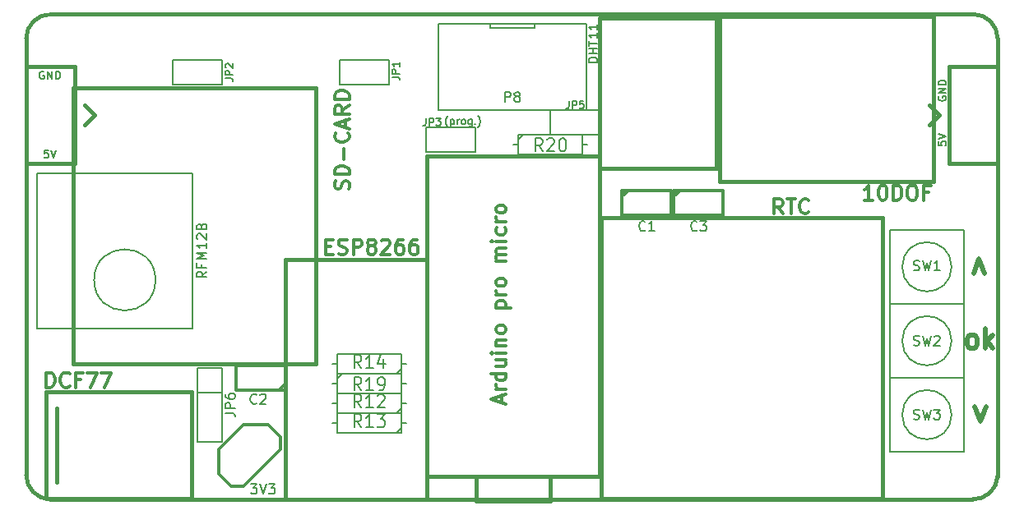
<source format=gto>
G04 (created by PCBNEW (2013-jul-07)-stable) date So 23 Nov 2014 23:25:05 CET*
%MOIN*%
G04 Gerber Fmt 3.4, Leading zero omitted, Abs format*
%FSLAX34Y34*%
G01*
G70*
G90*
G04 APERTURE LIST*
%ADD10C,0.00590551*%
%ADD11C,0.015*%
%ADD12C,0.012*%
%ADD13C,0.005*%
%ADD14C,0.008*%
%ADD15C,0.006*%
%ADD16C,0.00787402*%
%ADD17C,0.019685*%
G04 APERTURE END LIST*
G54D10*
G54D11*
X10000Y-28700D02*
X10000Y-10984D01*
X48346Y-29685D02*
X10984Y-29685D01*
X49370Y-10984D02*
X49370Y-28740D01*
X10984Y-10000D02*
X48385Y-10000D01*
X48346Y-29685D02*
G75*
G03X49370Y-28740I39J984D01*
G74*
G01*
X49370Y-10984D02*
G75*
G03X48385Y-10000I-984J0D01*
G74*
G01*
X10984Y-10000D02*
G75*
G03X10000Y-10984I0J-984D01*
G74*
G01*
X10000Y-28700D02*
G75*
G03X10984Y-29685I984J0D01*
G74*
G01*
X11906Y-13000D02*
X11906Y-24181D01*
X11906Y-24181D02*
X21749Y-24181D01*
X21749Y-24181D02*
X21749Y-13000D01*
X21749Y-13000D02*
X11906Y-13000D01*
X28250Y-29750D02*
X28250Y-28750D01*
X31250Y-29750D02*
X28250Y-29750D01*
X31250Y-29750D02*
X31250Y-28750D01*
X26250Y-28750D02*
X26250Y-15750D01*
X33250Y-28750D02*
X33250Y-15750D01*
X26250Y-28750D02*
X33250Y-28750D01*
X33250Y-15750D02*
X26250Y-15750D01*
X26250Y-19950D02*
X26250Y-29700D01*
X26250Y-29700D02*
X20500Y-29700D01*
X20500Y-29700D02*
X20500Y-19950D01*
X20500Y-19950D02*
X26250Y-19950D01*
G54D12*
X18800Y-29150D02*
X20300Y-27650D01*
X20300Y-27650D02*
X20300Y-27150D01*
X20300Y-27150D02*
X19800Y-26650D01*
X19800Y-26650D02*
X18800Y-26650D01*
X18800Y-26650D02*
X17800Y-27650D01*
X17800Y-27650D02*
X17800Y-28650D01*
X17800Y-28650D02*
X18300Y-29150D01*
X18300Y-29150D02*
X18800Y-29150D01*
G54D11*
X44708Y-18241D02*
X44708Y-29658D01*
X44708Y-29658D02*
X33291Y-29658D01*
X33291Y-29658D02*
X33291Y-18241D01*
X33291Y-18241D02*
X44708Y-18241D01*
X33237Y-16250D02*
X33237Y-10147D01*
X33237Y-10147D02*
X37962Y-10147D01*
X37962Y-10147D02*
X37962Y-16250D01*
X37962Y-16250D02*
X33237Y-16250D01*
X38119Y-16796D02*
X38119Y-10103D01*
X38119Y-10103D02*
X46780Y-10103D01*
X46780Y-10103D02*
X46780Y-16796D01*
X46780Y-16796D02*
X38119Y-16796D01*
X11250Y-26000D02*
X11250Y-29000D01*
X16702Y-25334D02*
X16702Y-29665D01*
X16702Y-29665D02*
X10797Y-29665D01*
X10797Y-29665D02*
X10797Y-25334D01*
X10797Y-25334D02*
X16702Y-25334D01*
G54D13*
X47500Y-23250D02*
G75*
G03X47500Y-23250I-1000J0D01*
G74*
G01*
X45000Y-21750D02*
X48000Y-21750D01*
X48000Y-21750D02*
X48000Y-24750D01*
X48000Y-24750D02*
X45000Y-24750D01*
X45000Y-21750D02*
X45000Y-24750D01*
X47500Y-26250D02*
G75*
G03X47500Y-26250I-1000J0D01*
G74*
G01*
X45000Y-24750D02*
X48000Y-24750D01*
X48000Y-24750D02*
X48000Y-27750D01*
X48000Y-27750D02*
X45000Y-27750D01*
X45000Y-24750D02*
X45000Y-27750D01*
X47500Y-20250D02*
G75*
G03X47500Y-20250I-1000J0D01*
G74*
G01*
X45000Y-18750D02*
X48000Y-18750D01*
X48000Y-18750D02*
X48000Y-21750D01*
X48000Y-21750D02*
X45000Y-21750D01*
X45000Y-18750D02*
X45000Y-21750D01*
G54D12*
X34170Y-17150D02*
X36150Y-17150D01*
X36150Y-17150D02*
X36150Y-18150D01*
X36150Y-18150D02*
X34150Y-18150D01*
X34150Y-18150D02*
X34150Y-17150D01*
X34150Y-17400D02*
X34400Y-17150D01*
X20480Y-25250D02*
X18500Y-25250D01*
X18500Y-25250D02*
X18500Y-24250D01*
X18500Y-24250D02*
X20500Y-24250D01*
X20500Y-24250D02*
X20500Y-25250D01*
X20500Y-25000D02*
X20250Y-25250D01*
X36270Y-17150D02*
X38250Y-17150D01*
X38250Y-17150D02*
X38250Y-18150D01*
X38250Y-18150D02*
X36250Y-18150D01*
X36250Y-18150D02*
X36250Y-17150D01*
X36250Y-17400D02*
X36500Y-17150D01*
G54D10*
X15238Y-20781D02*
G75*
G03X15238Y-20781I-1244J0D01*
G74*
G01*
X16749Y-16450D02*
X16749Y-22749D01*
X16749Y-22749D02*
X10450Y-22749D01*
X10450Y-22749D02*
X10450Y-16450D01*
X10450Y-16450D02*
X16749Y-16450D01*
G54D14*
X22400Y-25000D02*
X22600Y-25000D01*
X25400Y-25000D02*
X25200Y-25000D01*
X25200Y-25000D02*
X25200Y-24600D01*
X25200Y-24600D02*
X22600Y-24600D01*
X22600Y-24600D02*
X22600Y-25400D01*
X22600Y-25400D02*
X25200Y-25400D01*
X25200Y-25400D02*
X25200Y-25000D01*
X22600Y-24800D02*
X22800Y-24600D01*
X25400Y-24200D02*
X25200Y-24200D01*
X22400Y-24200D02*
X22600Y-24200D01*
X22600Y-24200D02*
X22600Y-24600D01*
X22600Y-24600D02*
X25200Y-24600D01*
X25200Y-24600D02*
X25200Y-23800D01*
X25200Y-23800D02*
X22600Y-23800D01*
X22600Y-23800D02*
X22600Y-24200D01*
X25200Y-24400D02*
X25000Y-24600D01*
X25400Y-26600D02*
X25200Y-26600D01*
X22400Y-26600D02*
X22600Y-26600D01*
X22600Y-26600D02*
X22600Y-27000D01*
X22600Y-27000D02*
X25200Y-27000D01*
X25200Y-27000D02*
X25200Y-26200D01*
X25200Y-26200D02*
X22600Y-26200D01*
X22600Y-26200D02*
X22600Y-26600D01*
X25200Y-26800D02*
X25000Y-27000D01*
X25400Y-25800D02*
X25200Y-25800D01*
X22400Y-25800D02*
X22600Y-25800D01*
X22600Y-25800D02*
X22600Y-26200D01*
X22600Y-26200D02*
X25200Y-26200D01*
X25200Y-26200D02*
X25200Y-25400D01*
X25200Y-25400D02*
X22600Y-25400D01*
X22600Y-25400D02*
X22600Y-25800D01*
X25200Y-26000D02*
X25000Y-26200D01*
X29750Y-15300D02*
X29950Y-15300D01*
X32750Y-15300D02*
X32550Y-15300D01*
X32550Y-15300D02*
X32550Y-14900D01*
X32550Y-14900D02*
X29950Y-14900D01*
X29950Y-14900D02*
X29950Y-15700D01*
X29950Y-15700D02*
X32550Y-15700D01*
X32550Y-15700D02*
X32550Y-15300D01*
X29950Y-15100D02*
X30150Y-14900D01*
G54D15*
X24700Y-11850D02*
X24700Y-12850D01*
X24700Y-12850D02*
X22700Y-12850D01*
X22700Y-12850D02*
X22700Y-11850D01*
X22700Y-11850D02*
X24700Y-11850D01*
X17950Y-11850D02*
X17950Y-12850D01*
X17950Y-12850D02*
X15950Y-12850D01*
X15950Y-12850D02*
X15950Y-11850D01*
X15950Y-11850D02*
X17950Y-11850D01*
X31250Y-14900D02*
X31250Y-13900D01*
X31250Y-13900D02*
X33250Y-13900D01*
X33250Y-13900D02*
X33250Y-14900D01*
X33250Y-14900D02*
X31250Y-14900D01*
X16950Y-24350D02*
X17950Y-24350D01*
X17950Y-24350D02*
X17950Y-27350D01*
X17950Y-27350D02*
X16950Y-27350D01*
X16950Y-27350D02*
X16950Y-24350D01*
X17950Y-25350D02*
X16950Y-25350D01*
G54D11*
X46614Y-14488D02*
X47007Y-14094D01*
X47007Y-14094D02*
X46614Y-13700D01*
X49370Y-16062D02*
X47401Y-16062D01*
X47401Y-16062D02*
X47401Y-12125D01*
X47401Y-12125D02*
X49370Y-12125D01*
X12362Y-13700D02*
X12755Y-14094D01*
X12755Y-14094D02*
X12362Y-14488D01*
X10000Y-12125D02*
X11968Y-12125D01*
X11968Y-12125D02*
X11968Y-16062D01*
X11968Y-16062D02*
X10000Y-16062D01*
G54D15*
X28200Y-14600D02*
X28200Y-15600D01*
X28200Y-15600D02*
X26200Y-15600D01*
X26200Y-15600D02*
X26200Y-14600D01*
X26200Y-14600D02*
X28200Y-14600D01*
G54D10*
X30600Y-10400D02*
X30600Y-10550D01*
X30600Y-10550D02*
X28800Y-10550D01*
X28800Y-10550D02*
X28800Y-10400D01*
X26700Y-13900D02*
X26700Y-10400D01*
X32700Y-13900D02*
X32700Y-10400D01*
X26700Y-10400D02*
X32700Y-10400D01*
X32700Y-13900D02*
X26700Y-13900D01*
G54D12*
X23064Y-17100D02*
X23092Y-17014D01*
X23092Y-16871D01*
X23064Y-16814D01*
X23035Y-16785D01*
X22978Y-16757D01*
X22921Y-16757D01*
X22864Y-16785D01*
X22835Y-16814D01*
X22807Y-16871D01*
X22778Y-16985D01*
X22750Y-17042D01*
X22721Y-17071D01*
X22664Y-17100D01*
X22607Y-17100D01*
X22550Y-17071D01*
X22521Y-17042D01*
X22492Y-16985D01*
X22492Y-16842D01*
X22521Y-16757D01*
X23092Y-16500D02*
X22492Y-16500D01*
X22492Y-16357D01*
X22521Y-16271D01*
X22578Y-16214D01*
X22635Y-16185D01*
X22750Y-16157D01*
X22835Y-16157D01*
X22950Y-16185D01*
X23007Y-16214D01*
X23064Y-16271D01*
X23092Y-16357D01*
X23092Y-16500D01*
X22864Y-15900D02*
X22864Y-15442D01*
X23035Y-14814D02*
X23064Y-14842D01*
X23092Y-14928D01*
X23092Y-14985D01*
X23064Y-15071D01*
X23007Y-15128D01*
X22950Y-15157D01*
X22835Y-15185D01*
X22750Y-15185D01*
X22635Y-15157D01*
X22578Y-15128D01*
X22521Y-15071D01*
X22492Y-14985D01*
X22492Y-14928D01*
X22521Y-14842D01*
X22550Y-14814D01*
X22921Y-14585D02*
X22921Y-14300D01*
X23092Y-14642D02*
X22492Y-14442D01*
X23092Y-14242D01*
X23092Y-13700D02*
X22807Y-13900D01*
X23092Y-14042D02*
X22492Y-14042D01*
X22492Y-13814D01*
X22521Y-13757D01*
X22550Y-13728D01*
X22607Y-13700D01*
X22692Y-13700D01*
X22750Y-13728D01*
X22778Y-13757D01*
X22807Y-13814D01*
X22807Y-14042D01*
X23092Y-13442D02*
X22492Y-13442D01*
X22492Y-13300D01*
X22521Y-13214D01*
X22578Y-13157D01*
X22635Y-13128D01*
X22750Y-13100D01*
X22835Y-13100D01*
X22950Y-13128D01*
X23007Y-13157D01*
X23064Y-13214D01*
X23092Y-13300D01*
X23092Y-13442D01*
X29271Y-25750D02*
X29271Y-25464D01*
X29442Y-25807D02*
X28842Y-25607D01*
X29442Y-25407D01*
X29442Y-25207D02*
X29042Y-25207D01*
X29157Y-25207D02*
X29100Y-25178D01*
X29071Y-25150D01*
X29042Y-25092D01*
X29042Y-25035D01*
X29442Y-24578D02*
X28842Y-24578D01*
X29414Y-24578D02*
X29442Y-24635D01*
X29442Y-24750D01*
X29414Y-24807D01*
X29385Y-24835D01*
X29328Y-24864D01*
X29157Y-24864D01*
X29100Y-24835D01*
X29071Y-24807D01*
X29042Y-24750D01*
X29042Y-24635D01*
X29071Y-24578D01*
X29042Y-24035D02*
X29442Y-24035D01*
X29042Y-24292D02*
X29357Y-24292D01*
X29414Y-24264D01*
X29442Y-24207D01*
X29442Y-24121D01*
X29414Y-24064D01*
X29385Y-24035D01*
X29442Y-23750D02*
X29042Y-23750D01*
X28842Y-23750D02*
X28871Y-23778D01*
X28900Y-23750D01*
X28871Y-23721D01*
X28842Y-23750D01*
X28900Y-23750D01*
X29042Y-23464D02*
X29442Y-23464D01*
X29100Y-23464D02*
X29071Y-23435D01*
X29042Y-23378D01*
X29042Y-23292D01*
X29071Y-23235D01*
X29128Y-23207D01*
X29442Y-23207D01*
X29442Y-22835D02*
X29414Y-22892D01*
X29385Y-22921D01*
X29328Y-22950D01*
X29157Y-22950D01*
X29100Y-22921D01*
X29071Y-22892D01*
X29042Y-22835D01*
X29042Y-22750D01*
X29071Y-22692D01*
X29100Y-22664D01*
X29157Y-22635D01*
X29328Y-22635D01*
X29385Y-22664D01*
X29414Y-22692D01*
X29442Y-22750D01*
X29442Y-22835D01*
X29042Y-21921D02*
X29642Y-21921D01*
X29071Y-21921D02*
X29042Y-21864D01*
X29042Y-21750D01*
X29071Y-21692D01*
X29100Y-21664D01*
X29157Y-21635D01*
X29328Y-21635D01*
X29385Y-21664D01*
X29414Y-21692D01*
X29442Y-21750D01*
X29442Y-21864D01*
X29414Y-21921D01*
X29442Y-21378D02*
X29042Y-21378D01*
X29157Y-21378D02*
X29100Y-21350D01*
X29071Y-21321D01*
X29042Y-21264D01*
X29042Y-21207D01*
X29442Y-20921D02*
X29414Y-20978D01*
X29385Y-21007D01*
X29328Y-21035D01*
X29157Y-21035D01*
X29100Y-21007D01*
X29071Y-20978D01*
X29042Y-20921D01*
X29042Y-20835D01*
X29071Y-20778D01*
X29100Y-20750D01*
X29157Y-20721D01*
X29328Y-20721D01*
X29385Y-20750D01*
X29414Y-20778D01*
X29442Y-20835D01*
X29442Y-20921D01*
X29442Y-20007D02*
X29042Y-20007D01*
X29100Y-20007D02*
X29071Y-19978D01*
X29042Y-19921D01*
X29042Y-19835D01*
X29071Y-19778D01*
X29128Y-19750D01*
X29442Y-19750D01*
X29128Y-19750D02*
X29071Y-19721D01*
X29042Y-19664D01*
X29042Y-19578D01*
X29071Y-19521D01*
X29128Y-19492D01*
X29442Y-19492D01*
X29442Y-19207D02*
X29042Y-19207D01*
X28842Y-19207D02*
X28871Y-19235D01*
X28900Y-19207D01*
X28871Y-19178D01*
X28842Y-19207D01*
X28900Y-19207D01*
X29414Y-18664D02*
X29442Y-18721D01*
X29442Y-18835D01*
X29414Y-18892D01*
X29385Y-18921D01*
X29328Y-18950D01*
X29157Y-18950D01*
X29100Y-18921D01*
X29071Y-18892D01*
X29042Y-18835D01*
X29042Y-18721D01*
X29071Y-18664D01*
X29442Y-18407D02*
X29042Y-18407D01*
X29157Y-18407D02*
X29100Y-18378D01*
X29071Y-18350D01*
X29042Y-18292D01*
X29042Y-18235D01*
X29442Y-17950D02*
X29414Y-18007D01*
X29385Y-18035D01*
X29328Y-18064D01*
X29157Y-18064D01*
X29100Y-18035D01*
X29071Y-18007D01*
X29042Y-17950D01*
X29042Y-17864D01*
X29071Y-17807D01*
X29100Y-17778D01*
X29157Y-17750D01*
X29328Y-17750D01*
X29385Y-17778D01*
X29414Y-17807D01*
X29442Y-17864D01*
X29442Y-17950D01*
X22142Y-19428D02*
X22342Y-19428D01*
X22428Y-19742D02*
X22142Y-19742D01*
X22142Y-19142D01*
X22428Y-19142D01*
X22657Y-19714D02*
X22742Y-19742D01*
X22885Y-19742D01*
X22942Y-19714D01*
X22971Y-19685D01*
X22999Y-19628D01*
X22999Y-19571D01*
X22971Y-19514D01*
X22942Y-19485D01*
X22885Y-19457D01*
X22771Y-19428D01*
X22714Y-19400D01*
X22685Y-19371D01*
X22657Y-19314D01*
X22657Y-19257D01*
X22685Y-19200D01*
X22714Y-19171D01*
X22771Y-19142D01*
X22914Y-19142D01*
X22999Y-19171D01*
X23257Y-19742D02*
X23257Y-19142D01*
X23485Y-19142D01*
X23542Y-19171D01*
X23571Y-19200D01*
X23599Y-19257D01*
X23599Y-19342D01*
X23571Y-19400D01*
X23542Y-19428D01*
X23485Y-19457D01*
X23257Y-19457D01*
X23942Y-19400D02*
X23885Y-19371D01*
X23857Y-19342D01*
X23828Y-19285D01*
X23828Y-19257D01*
X23857Y-19200D01*
X23885Y-19171D01*
X23942Y-19142D01*
X24057Y-19142D01*
X24114Y-19171D01*
X24142Y-19200D01*
X24171Y-19257D01*
X24171Y-19285D01*
X24142Y-19342D01*
X24114Y-19371D01*
X24057Y-19400D01*
X23942Y-19400D01*
X23885Y-19428D01*
X23857Y-19457D01*
X23828Y-19514D01*
X23828Y-19628D01*
X23857Y-19685D01*
X23885Y-19714D01*
X23942Y-19742D01*
X24057Y-19742D01*
X24114Y-19714D01*
X24142Y-19685D01*
X24171Y-19628D01*
X24171Y-19514D01*
X24142Y-19457D01*
X24114Y-19428D01*
X24057Y-19400D01*
X24400Y-19200D02*
X24428Y-19171D01*
X24485Y-19142D01*
X24628Y-19142D01*
X24685Y-19171D01*
X24714Y-19200D01*
X24742Y-19257D01*
X24742Y-19314D01*
X24714Y-19400D01*
X24371Y-19742D01*
X24742Y-19742D01*
X25257Y-19142D02*
X25142Y-19142D01*
X25085Y-19171D01*
X25057Y-19200D01*
X25000Y-19285D01*
X24971Y-19400D01*
X24971Y-19628D01*
X25000Y-19685D01*
X25028Y-19714D01*
X25085Y-19742D01*
X25200Y-19742D01*
X25257Y-19714D01*
X25285Y-19685D01*
X25314Y-19628D01*
X25314Y-19485D01*
X25285Y-19428D01*
X25257Y-19400D01*
X25200Y-19371D01*
X25085Y-19371D01*
X25028Y-19400D01*
X25000Y-19428D01*
X24971Y-19485D01*
X25828Y-19142D02*
X25714Y-19142D01*
X25657Y-19171D01*
X25628Y-19200D01*
X25571Y-19285D01*
X25542Y-19400D01*
X25542Y-19628D01*
X25571Y-19685D01*
X25600Y-19714D01*
X25657Y-19742D01*
X25771Y-19742D01*
X25828Y-19714D01*
X25857Y-19685D01*
X25885Y-19628D01*
X25885Y-19485D01*
X25857Y-19428D01*
X25828Y-19400D01*
X25771Y-19371D01*
X25657Y-19371D01*
X25600Y-19400D01*
X25571Y-19428D01*
X25542Y-19485D01*
G54D14*
X19104Y-29061D02*
X19352Y-29061D01*
X19219Y-29214D01*
X19276Y-29214D01*
X19314Y-29233D01*
X19333Y-29252D01*
X19352Y-29290D01*
X19352Y-29385D01*
X19333Y-29423D01*
X19314Y-29442D01*
X19276Y-29461D01*
X19161Y-29461D01*
X19123Y-29442D01*
X19104Y-29423D01*
X19466Y-29061D02*
X19600Y-29461D01*
X19733Y-29061D01*
X19828Y-29061D02*
X20076Y-29061D01*
X19942Y-29214D01*
X20000Y-29214D01*
X20038Y-29233D01*
X20057Y-29252D01*
X20076Y-29290D01*
X20076Y-29385D01*
X20057Y-29423D01*
X20038Y-29442D01*
X20000Y-29461D01*
X19885Y-29461D01*
X19847Y-29442D01*
X19828Y-29423D01*
G54D12*
X40657Y-18092D02*
X40457Y-17807D01*
X40314Y-18092D02*
X40314Y-17492D01*
X40542Y-17492D01*
X40600Y-17521D01*
X40628Y-17550D01*
X40657Y-17607D01*
X40657Y-17692D01*
X40628Y-17750D01*
X40600Y-17778D01*
X40542Y-17807D01*
X40314Y-17807D01*
X40828Y-17492D02*
X41171Y-17492D01*
X41000Y-18092D02*
X41000Y-17492D01*
X41714Y-18035D02*
X41685Y-18064D01*
X41600Y-18092D01*
X41542Y-18092D01*
X41457Y-18064D01*
X41400Y-18007D01*
X41371Y-17950D01*
X41342Y-17835D01*
X41342Y-17750D01*
X41371Y-17635D01*
X41400Y-17578D01*
X41457Y-17521D01*
X41542Y-17492D01*
X41600Y-17492D01*
X41685Y-17521D01*
X41714Y-17550D01*
G54D16*
X33143Y-11950D02*
X32789Y-11950D01*
X32789Y-11866D01*
X32805Y-11815D01*
X32839Y-11782D01*
X32873Y-11765D01*
X32940Y-11748D01*
X32991Y-11748D01*
X33059Y-11765D01*
X33092Y-11782D01*
X33126Y-11815D01*
X33143Y-11866D01*
X33143Y-11950D01*
X33143Y-11596D02*
X32789Y-11596D01*
X32957Y-11596D02*
X32957Y-11394D01*
X33143Y-11394D02*
X32789Y-11394D01*
X32789Y-11275D02*
X32789Y-11073D01*
X33143Y-11174D02*
X32789Y-11174D01*
X33143Y-10769D02*
X33143Y-10972D01*
X33143Y-10870D02*
X32789Y-10870D01*
X32839Y-10904D01*
X32873Y-10938D01*
X32890Y-10972D01*
X33143Y-10432D02*
X33143Y-10634D01*
X33143Y-10533D02*
X32789Y-10533D01*
X32839Y-10567D01*
X32873Y-10601D01*
X32890Y-10634D01*
G54D12*
X44314Y-17542D02*
X43971Y-17542D01*
X44142Y-17542D02*
X44142Y-16942D01*
X44085Y-17028D01*
X44028Y-17085D01*
X43971Y-17114D01*
X44685Y-16942D02*
X44742Y-16942D01*
X44800Y-16971D01*
X44828Y-17000D01*
X44857Y-17057D01*
X44885Y-17171D01*
X44885Y-17314D01*
X44857Y-17428D01*
X44828Y-17485D01*
X44800Y-17514D01*
X44742Y-17542D01*
X44685Y-17542D01*
X44628Y-17514D01*
X44600Y-17485D01*
X44571Y-17428D01*
X44542Y-17314D01*
X44542Y-17171D01*
X44571Y-17057D01*
X44600Y-17000D01*
X44628Y-16971D01*
X44685Y-16942D01*
X45142Y-17542D02*
X45142Y-16942D01*
X45285Y-16942D01*
X45371Y-16971D01*
X45428Y-17028D01*
X45457Y-17085D01*
X45485Y-17200D01*
X45485Y-17285D01*
X45457Y-17400D01*
X45428Y-17457D01*
X45371Y-17514D01*
X45285Y-17542D01*
X45142Y-17542D01*
X45857Y-16942D02*
X45971Y-16942D01*
X46028Y-16971D01*
X46085Y-17028D01*
X46114Y-17142D01*
X46114Y-17342D01*
X46085Y-17457D01*
X46028Y-17514D01*
X45971Y-17542D01*
X45857Y-17542D01*
X45800Y-17514D01*
X45742Y-17457D01*
X45714Y-17342D01*
X45714Y-17142D01*
X45742Y-17028D01*
X45800Y-16971D01*
X45857Y-16942D01*
X46571Y-17228D02*
X46371Y-17228D01*
X46371Y-17542D02*
X46371Y-16942D01*
X46657Y-16942D01*
X10814Y-25142D02*
X10814Y-24542D01*
X10957Y-24542D01*
X11042Y-24571D01*
X11099Y-24628D01*
X11128Y-24685D01*
X11157Y-24800D01*
X11157Y-24885D01*
X11128Y-25000D01*
X11099Y-25057D01*
X11042Y-25114D01*
X10957Y-25142D01*
X10814Y-25142D01*
X11757Y-25085D02*
X11728Y-25114D01*
X11642Y-25142D01*
X11585Y-25142D01*
X11499Y-25114D01*
X11442Y-25057D01*
X11414Y-25000D01*
X11385Y-24885D01*
X11385Y-24800D01*
X11414Y-24685D01*
X11442Y-24628D01*
X11499Y-24571D01*
X11585Y-24542D01*
X11642Y-24542D01*
X11728Y-24571D01*
X11757Y-24600D01*
X12214Y-24828D02*
X12014Y-24828D01*
X12014Y-25142D02*
X12014Y-24542D01*
X12299Y-24542D01*
X12471Y-24542D02*
X12871Y-24542D01*
X12614Y-25142D01*
X13042Y-24542D02*
X13442Y-24542D01*
X13185Y-25142D01*
G54D14*
X45966Y-23423D02*
X46023Y-23442D01*
X46119Y-23442D01*
X46157Y-23423D01*
X46176Y-23404D01*
X46195Y-23366D01*
X46195Y-23328D01*
X46176Y-23290D01*
X46157Y-23271D01*
X46119Y-23252D01*
X46042Y-23233D01*
X46004Y-23214D01*
X45985Y-23194D01*
X45966Y-23156D01*
X45966Y-23118D01*
X45985Y-23080D01*
X46004Y-23061D01*
X46042Y-23042D01*
X46138Y-23042D01*
X46195Y-23061D01*
X46328Y-23042D02*
X46423Y-23442D01*
X46500Y-23156D01*
X46576Y-23442D01*
X46671Y-23042D01*
X46804Y-23080D02*
X46823Y-23061D01*
X46861Y-23042D01*
X46957Y-23042D01*
X46995Y-23061D01*
X47014Y-23080D01*
X47033Y-23118D01*
X47033Y-23156D01*
X47014Y-23214D01*
X46785Y-23442D01*
X47033Y-23442D01*
G54D17*
X48275Y-23549D02*
X48200Y-23511D01*
X48162Y-23474D01*
X48125Y-23399D01*
X48125Y-23174D01*
X48162Y-23099D01*
X48200Y-23061D01*
X48275Y-23024D01*
X48387Y-23024D01*
X48462Y-23061D01*
X48500Y-23099D01*
X48537Y-23174D01*
X48537Y-23399D01*
X48500Y-23474D01*
X48462Y-23511D01*
X48387Y-23549D01*
X48275Y-23549D01*
X48874Y-23549D02*
X48874Y-22762D01*
X48949Y-23249D02*
X49174Y-23549D01*
X49174Y-23024D02*
X48874Y-23324D01*
G54D14*
X45966Y-26423D02*
X46023Y-26442D01*
X46119Y-26442D01*
X46157Y-26423D01*
X46176Y-26404D01*
X46195Y-26366D01*
X46195Y-26328D01*
X46176Y-26290D01*
X46157Y-26271D01*
X46119Y-26252D01*
X46042Y-26233D01*
X46004Y-26214D01*
X45985Y-26194D01*
X45966Y-26156D01*
X45966Y-26118D01*
X45985Y-26080D01*
X46004Y-26061D01*
X46042Y-26042D01*
X46138Y-26042D01*
X46195Y-26061D01*
X46328Y-26042D02*
X46423Y-26442D01*
X46500Y-26156D01*
X46576Y-26442D01*
X46671Y-26042D01*
X46785Y-26042D02*
X47033Y-26042D01*
X46900Y-26194D01*
X46957Y-26194D01*
X46995Y-26214D01*
X47014Y-26233D01*
X47033Y-26271D01*
X47033Y-26366D01*
X47014Y-26404D01*
X46995Y-26423D01*
X46957Y-26442D01*
X46842Y-26442D01*
X46804Y-26423D01*
X46785Y-26404D01*
G54D17*
X48443Y-25930D02*
X48668Y-26530D01*
X48893Y-25930D01*
G54D14*
X45966Y-20373D02*
X46023Y-20392D01*
X46119Y-20392D01*
X46157Y-20373D01*
X46176Y-20354D01*
X46195Y-20316D01*
X46195Y-20278D01*
X46176Y-20240D01*
X46157Y-20221D01*
X46119Y-20202D01*
X46042Y-20183D01*
X46004Y-20164D01*
X45985Y-20144D01*
X45966Y-20106D01*
X45966Y-20068D01*
X45985Y-20030D01*
X46004Y-20011D01*
X46042Y-19992D01*
X46138Y-19992D01*
X46195Y-20011D01*
X46328Y-19992D02*
X46423Y-20392D01*
X46500Y-20106D01*
X46576Y-20392D01*
X46671Y-19992D01*
X47033Y-20392D02*
X46804Y-20392D01*
X46919Y-20392D02*
X46919Y-19992D01*
X46880Y-20049D01*
X46842Y-20087D01*
X46804Y-20106D01*
G54D17*
X48393Y-20530D02*
X48618Y-19930D01*
X48843Y-20530D01*
G54D14*
X35083Y-18754D02*
X35064Y-18773D01*
X35007Y-18792D01*
X34969Y-18792D01*
X34911Y-18773D01*
X34873Y-18735D01*
X34854Y-18697D01*
X34835Y-18621D01*
X34835Y-18564D01*
X34854Y-18487D01*
X34873Y-18449D01*
X34911Y-18411D01*
X34969Y-18392D01*
X35007Y-18392D01*
X35064Y-18411D01*
X35083Y-18430D01*
X35464Y-18792D02*
X35235Y-18792D01*
X35350Y-18792D02*
X35350Y-18392D01*
X35311Y-18449D01*
X35273Y-18487D01*
X35235Y-18506D01*
X19333Y-25773D02*
X19314Y-25792D01*
X19257Y-25811D01*
X19219Y-25811D01*
X19161Y-25792D01*
X19123Y-25754D01*
X19104Y-25716D01*
X19085Y-25640D01*
X19085Y-25583D01*
X19104Y-25507D01*
X19123Y-25469D01*
X19161Y-25430D01*
X19219Y-25411D01*
X19257Y-25411D01*
X19314Y-25430D01*
X19333Y-25450D01*
X19485Y-25450D02*
X19504Y-25430D01*
X19542Y-25411D01*
X19638Y-25411D01*
X19676Y-25430D01*
X19695Y-25450D01*
X19714Y-25488D01*
X19714Y-25526D01*
X19695Y-25583D01*
X19466Y-25811D01*
X19714Y-25811D01*
X37183Y-18754D02*
X37164Y-18773D01*
X37107Y-18792D01*
X37069Y-18792D01*
X37011Y-18773D01*
X36973Y-18735D01*
X36954Y-18697D01*
X36935Y-18621D01*
X36935Y-18564D01*
X36954Y-18487D01*
X36973Y-18449D01*
X37011Y-18411D01*
X37069Y-18392D01*
X37107Y-18392D01*
X37164Y-18411D01*
X37183Y-18430D01*
X37316Y-18392D02*
X37564Y-18392D01*
X37430Y-18544D01*
X37488Y-18544D01*
X37526Y-18564D01*
X37545Y-18583D01*
X37564Y-18621D01*
X37564Y-18716D01*
X37545Y-18754D01*
X37526Y-18773D01*
X37488Y-18792D01*
X37373Y-18792D01*
X37335Y-18773D01*
X37316Y-18754D01*
G54D10*
X17309Y-20443D02*
X17121Y-20574D01*
X17309Y-20668D02*
X16915Y-20668D01*
X16915Y-20518D01*
X16934Y-20481D01*
X16953Y-20462D01*
X16990Y-20443D01*
X17046Y-20443D01*
X17084Y-20462D01*
X17103Y-20481D01*
X17121Y-20518D01*
X17121Y-20668D01*
X17103Y-20143D02*
X17103Y-20274D01*
X17309Y-20274D02*
X16915Y-20274D01*
X16915Y-20087D01*
X17309Y-19937D02*
X16915Y-19937D01*
X17196Y-19806D01*
X16915Y-19674D01*
X17309Y-19674D01*
X17309Y-19281D02*
X17309Y-19506D01*
X17309Y-19393D02*
X16915Y-19393D01*
X16971Y-19431D01*
X17009Y-19468D01*
X17028Y-19506D01*
X16953Y-19131D02*
X16934Y-19112D01*
X16915Y-19075D01*
X16915Y-18981D01*
X16934Y-18943D01*
X16953Y-18925D01*
X16990Y-18906D01*
X17028Y-18906D01*
X17084Y-18925D01*
X17309Y-19150D01*
X17309Y-18906D01*
X17103Y-18606D02*
X17121Y-18550D01*
X17140Y-18531D01*
X17178Y-18512D01*
X17234Y-18512D01*
X17271Y-18531D01*
X17290Y-18550D01*
X17309Y-18587D01*
X17309Y-18737D01*
X16915Y-18737D01*
X16915Y-18606D01*
X16934Y-18568D01*
X16953Y-18550D01*
X16990Y-18531D01*
X17028Y-18531D01*
X17065Y-18550D01*
X17084Y-18568D01*
X17103Y-18606D01*
X17103Y-18737D01*
G54D14*
X23578Y-25272D02*
X23411Y-25010D01*
X23292Y-25272D02*
X23292Y-24722D01*
X23483Y-24722D01*
X23530Y-24748D01*
X23554Y-24775D01*
X23578Y-24827D01*
X23578Y-24905D01*
X23554Y-24958D01*
X23530Y-24984D01*
X23483Y-25010D01*
X23292Y-25010D01*
X24054Y-25272D02*
X23769Y-25272D01*
X23911Y-25272D02*
X23911Y-24722D01*
X23864Y-24801D01*
X23816Y-24853D01*
X23769Y-24879D01*
X24292Y-25272D02*
X24388Y-25272D01*
X24435Y-25246D01*
X24459Y-25220D01*
X24507Y-25141D01*
X24530Y-25036D01*
X24530Y-24827D01*
X24507Y-24775D01*
X24483Y-24748D01*
X24435Y-24722D01*
X24340Y-24722D01*
X24292Y-24748D01*
X24269Y-24775D01*
X24245Y-24827D01*
X24245Y-24958D01*
X24269Y-25010D01*
X24292Y-25036D01*
X24340Y-25063D01*
X24435Y-25063D01*
X24483Y-25036D01*
X24507Y-25010D01*
X24530Y-24958D01*
X23578Y-24372D02*
X23411Y-24110D01*
X23292Y-24372D02*
X23292Y-23822D01*
X23483Y-23822D01*
X23530Y-23848D01*
X23554Y-23875D01*
X23578Y-23927D01*
X23578Y-24005D01*
X23554Y-24058D01*
X23530Y-24084D01*
X23483Y-24110D01*
X23292Y-24110D01*
X24054Y-24372D02*
X23769Y-24372D01*
X23911Y-24372D02*
X23911Y-23822D01*
X23864Y-23901D01*
X23816Y-23953D01*
X23769Y-23979D01*
X24483Y-24005D02*
X24483Y-24372D01*
X24364Y-23796D02*
X24245Y-24189D01*
X24554Y-24189D01*
X23578Y-26772D02*
X23411Y-26510D01*
X23292Y-26772D02*
X23292Y-26222D01*
X23483Y-26222D01*
X23530Y-26248D01*
X23554Y-26275D01*
X23578Y-26327D01*
X23578Y-26405D01*
X23554Y-26458D01*
X23530Y-26484D01*
X23483Y-26510D01*
X23292Y-26510D01*
X24054Y-26772D02*
X23769Y-26772D01*
X23911Y-26772D02*
X23911Y-26222D01*
X23864Y-26301D01*
X23816Y-26353D01*
X23769Y-26379D01*
X24221Y-26222D02*
X24530Y-26222D01*
X24364Y-26432D01*
X24435Y-26432D01*
X24483Y-26458D01*
X24507Y-26484D01*
X24530Y-26536D01*
X24530Y-26667D01*
X24507Y-26720D01*
X24483Y-26746D01*
X24435Y-26772D01*
X24292Y-26772D01*
X24245Y-26746D01*
X24221Y-26720D01*
X23578Y-25972D02*
X23411Y-25710D01*
X23292Y-25972D02*
X23292Y-25422D01*
X23483Y-25422D01*
X23530Y-25448D01*
X23554Y-25475D01*
X23578Y-25527D01*
X23578Y-25605D01*
X23554Y-25658D01*
X23530Y-25684D01*
X23483Y-25710D01*
X23292Y-25710D01*
X24054Y-25972D02*
X23769Y-25972D01*
X23911Y-25972D02*
X23911Y-25422D01*
X23864Y-25501D01*
X23816Y-25553D01*
X23769Y-25579D01*
X24245Y-25475D02*
X24269Y-25448D01*
X24316Y-25422D01*
X24435Y-25422D01*
X24483Y-25448D01*
X24507Y-25475D01*
X24530Y-25527D01*
X24530Y-25579D01*
X24507Y-25658D01*
X24221Y-25972D01*
X24530Y-25972D01*
X30928Y-15572D02*
X30761Y-15310D01*
X30642Y-15572D02*
X30642Y-15022D01*
X30833Y-15022D01*
X30880Y-15048D01*
X30904Y-15075D01*
X30928Y-15127D01*
X30928Y-15205D01*
X30904Y-15258D01*
X30880Y-15284D01*
X30833Y-15310D01*
X30642Y-15310D01*
X31119Y-15075D02*
X31142Y-15048D01*
X31190Y-15022D01*
X31309Y-15022D01*
X31357Y-15048D01*
X31380Y-15075D01*
X31404Y-15127D01*
X31404Y-15179D01*
X31380Y-15258D01*
X31095Y-15572D01*
X31404Y-15572D01*
X31714Y-15022D02*
X31761Y-15022D01*
X31809Y-15048D01*
X31833Y-15075D01*
X31857Y-15127D01*
X31880Y-15232D01*
X31880Y-15363D01*
X31857Y-15467D01*
X31833Y-15520D01*
X31809Y-15546D01*
X31761Y-15572D01*
X31714Y-15572D01*
X31666Y-15546D01*
X31642Y-15520D01*
X31619Y-15467D01*
X31595Y-15363D01*
X31595Y-15232D01*
X31619Y-15127D01*
X31642Y-15075D01*
X31666Y-15048D01*
X31714Y-15022D01*
G54D15*
X24821Y-12549D02*
X25035Y-12549D01*
X25078Y-12564D01*
X25107Y-12592D01*
X25121Y-12635D01*
X25121Y-12664D01*
X25121Y-12407D02*
X24821Y-12407D01*
X24821Y-12292D01*
X24835Y-12264D01*
X24850Y-12250D01*
X24878Y-12235D01*
X24921Y-12235D01*
X24950Y-12250D01*
X24964Y-12264D01*
X24978Y-12292D01*
X24978Y-12407D01*
X25121Y-11950D02*
X25121Y-12121D01*
X25121Y-12035D02*
X24821Y-12035D01*
X24864Y-12064D01*
X24892Y-12092D01*
X24907Y-12121D01*
X18071Y-12599D02*
X18285Y-12599D01*
X18328Y-12614D01*
X18357Y-12642D01*
X18371Y-12685D01*
X18371Y-12714D01*
X18371Y-12457D02*
X18071Y-12457D01*
X18071Y-12342D01*
X18085Y-12314D01*
X18100Y-12300D01*
X18128Y-12285D01*
X18171Y-12285D01*
X18200Y-12300D01*
X18214Y-12314D01*
X18228Y-12342D01*
X18228Y-12457D01*
X18100Y-12171D02*
X18085Y-12157D01*
X18071Y-12128D01*
X18071Y-12057D01*
X18085Y-12028D01*
X18100Y-12014D01*
X18128Y-12000D01*
X18157Y-12000D01*
X18200Y-12014D01*
X18371Y-12185D01*
X18371Y-12000D01*
X32000Y-13521D02*
X32000Y-13735D01*
X31985Y-13778D01*
X31957Y-13807D01*
X31914Y-13821D01*
X31885Y-13821D01*
X32142Y-13821D02*
X32142Y-13521D01*
X32257Y-13521D01*
X32285Y-13535D01*
X32300Y-13550D01*
X32314Y-13578D01*
X32314Y-13621D01*
X32300Y-13650D01*
X32285Y-13664D01*
X32257Y-13678D01*
X32142Y-13678D01*
X32585Y-13521D02*
X32442Y-13521D01*
X32428Y-13664D01*
X32442Y-13650D01*
X32471Y-13635D01*
X32542Y-13635D01*
X32571Y-13650D01*
X32585Y-13664D01*
X32600Y-13692D01*
X32600Y-13764D01*
X32585Y-13792D01*
X32571Y-13807D01*
X32542Y-13821D01*
X32471Y-13821D01*
X32442Y-13807D01*
X32428Y-13792D01*
X18061Y-26183D02*
X18347Y-26183D01*
X18404Y-26202D01*
X18442Y-26240D01*
X18461Y-26297D01*
X18461Y-26335D01*
X18461Y-25992D02*
X18061Y-25992D01*
X18061Y-25840D01*
X18080Y-25802D01*
X18100Y-25783D01*
X18138Y-25764D01*
X18195Y-25764D01*
X18233Y-25783D01*
X18252Y-25802D01*
X18271Y-25840D01*
X18271Y-25992D01*
X18061Y-25421D02*
X18061Y-25497D01*
X18080Y-25535D01*
X18100Y-25554D01*
X18157Y-25592D01*
X18233Y-25611D01*
X18385Y-25611D01*
X18423Y-25592D01*
X18442Y-25573D01*
X18461Y-25535D01*
X18461Y-25459D01*
X18442Y-25421D01*
X18423Y-25402D01*
X18385Y-25383D01*
X18290Y-25383D01*
X18252Y-25402D01*
X18233Y-25421D01*
X18214Y-25459D01*
X18214Y-25535D01*
X18233Y-25573D01*
X18252Y-25592D01*
X18290Y-25611D01*
G54D10*
X46962Y-15159D02*
X46962Y-15309D01*
X47112Y-15324D01*
X47097Y-15309D01*
X47082Y-15279D01*
X47082Y-15204D01*
X47097Y-15174D01*
X47112Y-15159D01*
X47142Y-15144D01*
X47217Y-15144D01*
X47247Y-15159D01*
X47262Y-15174D01*
X47277Y-15204D01*
X47277Y-15279D01*
X47262Y-15309D01*
X47247Y-15324D01*
X46962Y-15055D02*
X47277Y-14950D01*
X46962Y-14845D01*
X46977Y-13339D02*
X46962Y-13369D01*
X46962Y-13414D01*
X46977Y-13459D01*
X47007Y-13489D01*
X47037Y-13504D01*
X47097Y-13519D01*
X47142Y-13519D01*
X47202Y-13504D01*
X47232Y-13489D01*
X47262Y-13459D01*
X47277Y-13414D01*
X47277Y-13384D01*
X47262Y-13339D01*
X47247Y-13324D01*
X47142Y-13324D01*
X47142Y-13384D01*
X47277Y-13189D02*
X46962Y-13189D01*
X47277Y-13010D01*
X46962Y-13010D01*
X47277Y-12860D02*
X46962Y-12860D01*
X46962Y-12785D01*
X46977Y-12740D01*
X47007Y-12710D01*
X47037Y-12695D01*
X47097Y-12680D01*
X47142Y-12680D01*
X47202Y-12695D01*
X47232Y-12710D01*
X47262Y-12740D01*
X47277Y-12785D01*
X47277Y-12860D01*
X10890Y-15512D02*
X10740Y-15512D01*
X10725Y-15662D01*
X10740Y-15647D01*
X10770Y-15632D01*
X10845Y-15632D01*
X10875Y-15647D01*
X10890Y-15662D01*
X10905Y-15692D01*
X10905Y-15767D01*
X10890Y-15797D01*
X10875Y-15812D01*
X10845Y-15827D01*
X10770Y-15827D01*
X10740Y-15812D01*
X10725Y-15797D01*
X10994Y-15512D02*
X11099Y-15827D01*
X11204Y-15512D01*
X10710Y-12327D02*
X10680Y-12312D01*
X10635Y-12312D01*
X10590Y-12327D01*
X10560Y-12357D01*
X10545Y-12387D01*
X10530Y-12447D01*
X10530Y-12492D01*
X10545Y-12552D01*
X10560Y-12582D01*
X10590Y-12612D01*
X10635Y-12627D01*
X10665Y-12627D01*
X10710Y-12612D01*
X10725Y-12597D01*
X10725Y-12492D01*
X10665Y-12492D01*
X10860Y-12627D02*
X10860Y-12312D01*
X11039Y-12627D01*
X11039Y-12312D01*
X11189Y-12627D02*
X11189Y-12312D01*
X11264Y-12312D01*
X11309Y-12327D01*
X11339Y-12357D01*
X11354Y-12387D01*
X11369Y-12447D01*
X11369Y-12492D01*
X11354Y-12552D01*
X11339Y-12582D01*
X11309Y-12612D01*
X11264Y-12627D01*
X11189Y-12627D01*
G54D15*
X26200Y-14221D02*
X26200Y-14435D01*
X26185Y-14478D01*
X26157Y-14507D01*
X26114Y-14521D01*
X26085Y-14521D01*
X26342Y-14521D02*
X26342Y-14221D01*
X26457Y-14221D01*
X26485Y-14235D01*
X26500Y-14250D01*
X26514Y-14278D01*
X26514Y-14321D01*
X26500Y-14350D01*
X26485Y-14364D01*
X26457Y-14378D01*
X26342Y-14378D01*
X26614Y-14221D02*
X26800Y-14221D01*
X26700Y-14335D01*
X26742Y-14335D01*
X26771Y-14350D01*
X26785Y-14364D01*
X26800Y-14392D01*
X26800Y-14464D01*
X26785Y-14492D01*
X26771Y-14507D01*
X26742Y-14521D01*
X26657Y-14521D01*
X26628Y-14507D01*
X26614Y-14492D01*
X27085Y-14585D02*
X27071Y-14571D01*
X27042Y-14528D01*
X27028Y-14500D01*
X27014Y-14457D01*
X27000Y-14385D01*
X27000Y-14328D01*
X27014Y-14257D01*
X27028Y-14214D01*
X27042Y-14185D01*
X27071Y-14142D01*
X27085Y-14128D01*
X27200Y-14271D02*
X27200Y-14571D01*
X27200Y-14285D02*
X27228Y-14271D01*
X27285Y-14271D01*
X27314Y-14285D01*
X27328Y-14300D01*
X27342Y-14328D01*
X27342Y-14414D01*
X27328Y-14442D01*
X27314Y-14457D01*
X27285Y-14471D01*
X27228Y-14471D01*
X27200Y-14457D01*
X27471Y-14471D02*
X27471Y-14271D01*
X27471Y-14328D02*
X27485Y-14300D01*
X27500Y-14285D01*
X27528Y-14271D01*
X27557Y-14271D01*
X27700Y-14471D02*
X27671Y-14457D01*
X27657Y-14442D01*
X27642Y-14414D01*
X27642Y-14328D01*
X27657Y-14300D01*
X27671Y-14285D01*
X27700Y-14271D01*
X27742Y-14271D01*
X27771Y-14285D01*
X27785Y-14300D01*
X27800Y-14328D01*
X27800Y-14414D01*
X27785Y-14442D01*
X27771Y-14457D01*
X27742Y-14471D01*
X27700Y-14471D01*
X28057Y-14271D02*
X28057Y-14514D01*
X28042Y-14542D01*
X28028Y-14557D01*
X28000Y-14571D01*
X27957Y-14571D01*
X27928Y-14557D01*
X28057Y-14457D02*
X28028Y-14471D01*
X27971Y-14471D01*
X27942Y-14457D01*
X27928Y-14442D01*
X27914Y-14414D01*
X27914Y-14328D01*
X27928Y-14300D01*
X27942Y-14285D01*
X27971Y-14271D01*
X28028Y-14271D01*
X28057Y-14285D01*
X28200Y-14442D02*
X28214Y-14457D01*
X28200Y-14471D01*
X28185Y-14457D01*
X28200Y-14442D01*
X28200Y-14471D01*
X28314Y-14585D02*
X28328Y-14571D01*
X28357Y-14528D01*
X28371Y-14500D01*
X28385Y-14457D01*
X28400Y-14385D01*
X28400Y-14328D01*
X28385Y-14257D01*
X28371Y-14214D01*
X28357Y-14185D01*
X28328Y-14142D01*
X28314Y-14128D01*
G54D14*
X29404Y-13561D02*
X29404Y-13161D01*
X29557Y-13161D01*
X29595Y-13180D01*
X29614Y-13200D01*
X29633Y-13238D01*
X29633Y-13295D01*
X29614Y-13333D01*
X29595Y-13352D01*
X29557Y-13371D01*
X29404Y-13371D01*
X29861Y-13333D02*
X29823Y-13314D01*
X29804Y-13295D01*
X29785Y-13257D01*
X29785Y-13238D01*
X29804Y-13200D01*
X29823Y-13180D01*
X29861Y-13161D01*
X29938Y-13161D01*
X29976Y-13180D01*
X29995Y-13200D01*
X30014Y-13238D01*
X30014Y-13257D01*
X29995Y-13295D01*
X29976Y-13314D01*
X29938Y-13333D01*
X29861Y-13333D01*
X29823Y-13352D01*
X29804Y-13371D01*
X29785Y-13409D01*
X29785Y-13485D01*
X29804Y-13523D01*
X29823Y-13542D01*
X29861Y-13561D01*
X29938Y-13561D01*
X29976Y-13542D01*
X29995Y-13523D01*
X30014Y-13485D01*
X30014Y-13409D01*
X29995Y-13371D01*
X29976Y-13352D01*
X29938Y-13333D01*
M02*

</source>
